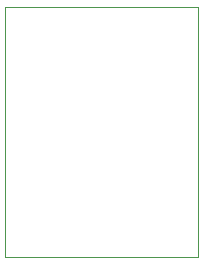
<source format=gbr>
%TF.GenerationSoftware,KiCad,Pcbnew,8.0.4*%
%TF.CreationDate,2024-09-15T22:21:47-03:00*%
%TF.ProjectId,PCBWay-Module_TA6586,50434257-6179-42d4-9d6f-64756c655f54,rev?*%
%TF.SameCoordinates,Original*%
%TF.FileFunction,Profile,NP*%
%FSLAX46Y46*%
G04 Gerber Fmt 4.6, Leading zero omitted, Abs format (unit mm)*
G04 Created by KiCad (PCBNEW 8.0.4) date 2024-09-15 22:21:47*
%MOMM*%
%LPD*%
G01*
G04 APERTURE LIST*
%TA.AperFunction,Profile*%
%ADD10C,0.100000*%
%TD*%
G04 APERTURE END LIST*
D10*
X138500000Y-67350000D02*
X154800000Y-67350000D01*
X154800000Y-88550000D01*
X138500000Y-88550000D01*
X138500000Y-67350000D01*
M02*

</source>
